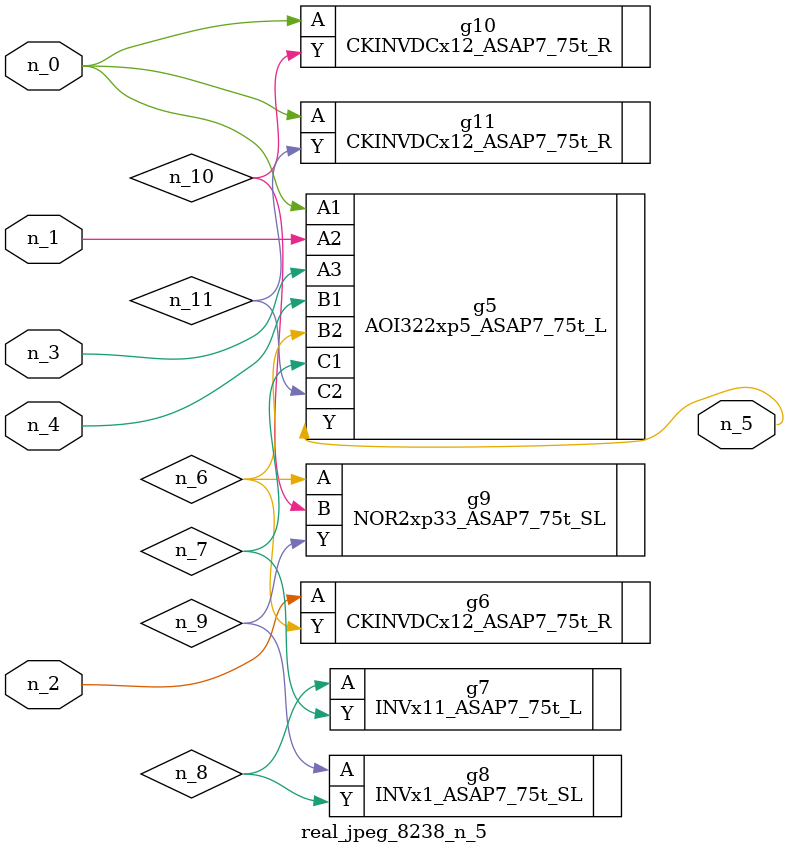
<source format=v>
module real_jpeg_8238_n_5 (n_4, n_0, n_1, n_2, n_3, n_5);

input n_4;
input n_0;
input n_1;
input n_2;
input n_3;

output n_5;

wire n_8;
wire n_11;
wire n_6;
wire n_7;
wire n_10;
wire n_9;

AOI322xp5_ASAP7_75t_L g5 ( 
.A1(n_0),
.A2(n_1),
.A3(n_3),
.B1(n_4),
.B2(n_6),
.C1(n_7),
.C2(n_11),
.Y(n_5)
);

CKINVDCx12_ASAP7_75t_R g10 ( 
.A(n_0),
.Y(n_10)
);

CKINVDCx12_ASAP7_75t_R g11 ( 
.A(n_0),
.Y(n_11)
);

CKINVDCx12_ASAP7_75t_R g6 ( 
.A(n_2),
.Y(n_6)
);

NOR2xp33_ASAP7_75t_SL g9 ( 
.A(n_6),
.B(n_10),
.Y(n_9)
);

INVx11_ASAP7_75t_L g7 ( 
.A(n_8),
.Y(n_7)
);

INVx1_ASAP7_75t_SL g8 ( 
.A(n_9),
.Y(n_8)
);


endmodule
</source>
